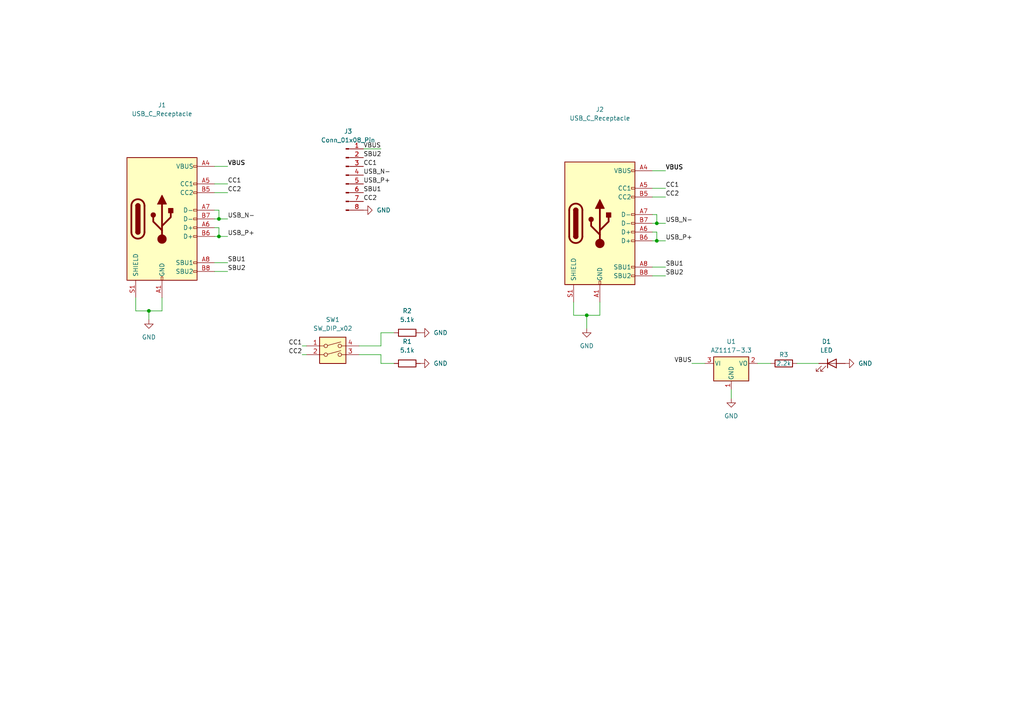
<source format=kicad_sch>
(kicad_sch (version 20230121) (generator eeschema)
  (paper "A4")
  (lib_symbols
    (symbol "Connector:Conn_01x08_Pin" (pin_names (offset 1.016) hide)
      (property "Reference" "J" (at 0 10.16 0))
      (property "Value" "Conn_01x08_Pin" (at 0 -12.7 0))
      (symbol "Conn_01x08_Pin_1_1"
        (polyline (pts (xy 1.27 -10.16) (xy 0.8636 -10.16)) (stroke (width 0.1524)))
        (polyline (pts (xy 1.27 -7.62) (xy 0.8636 -7.62)) (stroke (width 0.1524)))
        (polyline (pts (xy 1.27 -5.08) (xy 0.8636 -5.08)) (stroke (width 0.1524)))
        (polyline (pts (xy 1.27 -2.54) (xy 0.8636 -2.54)) (stroke (width 0.1524)))
        (polyline (pts (xy 1.27 0) (xy 0.8636 0)) (stroke (width 0.1524)))
        (polyline (pts (xy 1.27 2.54) (xy 0.8636 2.54)) (stroke (width 0.1524)))
        (polyline (pts (xy 1.27 5.08) (xy 0.8636 5.08)) (stroke (width 0.1524)))
        (polyline (pts (xy 1.27 7.62) (xy 0.8636 7.62)) (stroke (width 0.1524)))
        (rectangle (start 0.8636 -10.033) (end 0 -10.287) (stroke (width 0.1524)) (fill (type outline)))
        (rectangle (start 0.8636 -7.493) (end 0 -7.747) (stroke (width 0.1524)) (fill (type outline)))
        (rectangle (start 0.8636 -4.953) (end 0 -5.207) (stroke (width 0.1524)) (fill (type outline)))
        (rectangle (start 0.8636 -2.413) (end 0 -2.667) (stroke (width 0.1524)) (fill (type outline)))
        (rectangle (start 0.8636 0.127) (end 0 -0.127) (stroke (width 0.1524)) (fill (type outline)))
        (rectangle (start 0.8636 2.667) (end 0 2.413) (stroke (width 0.1524)) (fill (type outline)))
        (rectangle (start 0.8636 5.207) (end 0 4.953) (stroke (width 0.1524)) (fill (type outline)))
        (rectangle (start 0.8636 7.747) (end 0 7.493) (stroke (width 0.1524)) (fill (type outline)))
        (pin passive line (at 5.08 7.62 180) (length 3.81) (name "Pin_1") (number "1"))
        (pin passive line (at 5.08 5.08 180) (length 3.81) (name "Pin_2") (number "2"))
        (pin passive line (at 5.08 2.54 180) (length 3.81) (name "Pin_3") (number "3"))
        (pin passive line (at 5.08 0 180) (length 3.81) (name "Pin_4") (number "4"))
        (pin passive line (at 5.08 -2.54 180) (length 3.81) (name "Pin_5") (number "5"))
        (pin passive line (at 5.08 -5.08 180) (length 3.81) (name "Pin_6") (number "6"))
        (pin passive line (at 5.08 -7.62 180) (length 3.81) (name "Pin_7") (number "7"))
        (pin passive line (at 5.08 -10.16 180) (length 3.81) (name "Pin_8") (number "8"))
      )
    )
    (symbol "Connector:USB_C_Receptacle_USB2.0" (pin_names (offset 1.016))
      (property "Reference" "J" (at -10.16 19.05 0))
      (property "Value" "USB_C_Receptacle_USB2.0" (at 19.05 19.05 0))
      (symbol "USB_C_Receptacle_USB2.0_0_0"
        (rectangle (start -0.254 -17.78) (end 0.254 -16.764))
        (rectangle (start 10.16 -14.986) (end 9.144 -15.494))
        (rectangle (start 10.16 -12.446) (end 9.144 -12.954))
        (rectangle (start 10.16 -4.826) (end 9.144 -5.334))
        (rectangle (start 10.16 -2.286) (end 9.144 -2.794))
        (rectangle (start 10.16 0.254) (end 9.144 -0.254))
        (rectangle (start 10.16 2.794) (end 9.144 2.286))
        (rectangle (start 10.16 7.874) (end 9.144 7.366))
        (rectangle (start 10.16 10.414) (end 9.144 9.906))
        (rectangle (start 10.16 15.494) (end 9.144 14.986))
      )
      (symbol "USB_C_Receptacle_USB2.0_0_1"
        (rectangle (start -10.16 17.78) (end 10.16 -17.78) (stroke (width 0.254)) (fill (type background)))
        (arc (start -8.89 -3.81) (mid -6.985 -5.7067) (end -5.08 -3.81) (stroke (width 0.508)))
        (arc (start -7.62 -3.81) (mid -6.985 -4.4423) (end -6.35 -3.81) (stroke (width 0.254)))
        (arc (start -7.62 -3.81) (mid -6.985 -4.4423) (end -6.35 -3.81) (stroke (width 0.254)) (fill (type outline)))
        (rectangle (start -7.62 -3.81) (end -6.35 3.81) (stroke (width 0.254)) (fill (type outline)))
        (arc (start -6.35 3.81) (mid -6.985 4.4423) (end -7.62 3.81) (stroke (width 0.254)))
        (arc (start -6.35 3.81) (mid -6.985 4.4423) (end -7.62 3.81) (stroke (width 0.254)) (fill (type outline)))
        (arc (start -5.08 3.81) (mid -6.985 5.7067) (end -8.89 3.81) (stroke (width 0.508)))
        (circle (center -2.54 1.143) (radius 0.635) (stroke (width 0.254)) (fill (type outline)))
        (circle (center 0 -5.842) (radius 1.27) (fill (type outline)))
        (polyline (pts (xy -8.89 -3.81) (xy -8.89 3.81)) (stroke (width 0.508)))
        (polyline (pts (xy -5.08 3.81) (xy -5.08 -3.81)) (stroke (width 0.508)))
        (polyline (pts (xy 0 -5.842) (xy 0 4.318)) (stroke (width 0.508)))
        (polyline (pts (xy 0 -3.302) (xy -2.54 -0.762) (xy -2.54 0.508)) (stroke (width 0.508)))
        (polyline (pts (xy 0 -2.032) (xy 2.54 0.508) (xy 2.54 1.778)) (stroke (width 0.508)))
        (polyline (pts (xy -1.27 4.318) (xy 0 6.858) (xy 1.27 4.318) (xy -1.27 4.318)) (stroke (width 0.254)) (fill (type outline)))
        (rectangle (start 1.905 1.778) (end 3.175 3.048) (stroke (width 0.254)) (fill (type outline)))
      )
      (symbol "USB_C_Receptacle_USB2.0_1_1"
        (pin passive line (at 0 -22.86 90) (length 5.08) (name "GND") (number "A1"))
        (pin passive line (at 0 -22.86 90) (length 5.08) hide (name "GND") (number "A12"))
        (pin passive line (at 15.24 15.24 180) (length 5.08) (name "VBUS") (number "A4"))
        (pin bidirectional line (at 15.24 10.16 180) (length 5.08) (name "CC1") (number "A5"))
        (pin bidirectional line (at 15.24 -2.54 180) (length 5.08) (name "D+") (number "A6"))
        (pin bidirectional line (at 15.24 2.54 180) (length 5.08) (name "D-") (number "A7"))
        (pin bidirectional line (at 15.24 -12.7 180) (length 5.08) (name "SBU1") (number "A8"))
        (pin passive line (at 15.24 15.24 180) (length 5.08) hide (name "VBUS") (number "A9"))
        (pin passive line (at 0 -22.86 90) (length 5.08) hide (name "GND") (number "B1"))
        (pin passive line (at 0 -22.86 90) (length 5.08) hide (name "GND") (number "B12"))
        (pin passive line (at 15.24 15.24 180) (length 5.08) hide (name "VBUS") (number "B4"))
        (pin bidirectional line (at 15.24 7.62 180) (length 5.08) (name "CC2") (number "B5"))
        (pin bidirectional line (at 15.24 -5.08 180) (length 5.08) (name "D+") (number "B6"))
        (pin bidirectional line (at 15.24 0 180) (length 5.08) (name "D-") (number "B7"))
        (pin bidirectional line (at 15.24 -15.24 180) (length 5.08) (name "SBU2") (number "B8"))
        (pin passive line (at 15.24 15.24 180) (length 5.08) hide (name "VBUS") (number "B9"))
        (pin passive line (at -7.62 -22.86 90) (length 5.08) (name "SHIELD") (number "S1"))
      )
    )
    (symbol "Device:LED" (pin_numbers hide) (pin_names (offset 1.016) hide)
      (property "Reference" "D" (at 0 2.54 0))
      (property "Value" "LED" (at 0 -2.54 0))
      (symbol "LED_0_1"
        (polyline (pts (xy -1.27 -1.27) (xy -1.27 1.27)) (stroke (width 0.254)))
        (polyline (pts (xy -1.27 0) (xy 1.27 0)))
        (polyline (pts (xy 1.27 -1.27) (xy 1.27 1.27) (xy -1.27 0) (xy 1.27 -1.27)) (stroke (width 0.254)))
        (polyline (pts (xy -3.048 -0.762) (xy -4.572 -2.286) (xy -3.81 -2.286) (xy -4.572 -2.286) (xy -4.572 -1.524)))
        (polyline (pts (xy -1.778 -0.762) (xy -3.302 -2.286) (xy -2.54 -2.286) (xy -3.302 -2.286) (xy -3.302 -1.524)))
      )
      (symbol "LED_1_1"
        (pin passive line (at -3.81 0 0) (length 2.54) (name "K") (number "1"))
        (pin passive line (at 3.81 0 180) (length 2.54) (name "A") (number "2"))
      )
    )
    (symbol "Device:R" (pin_numbers hide) (pin_names (offset 0))
      (property "Reference" "R" (at 2.032 0 90))
      (property "Value" "R" (at 0 0 90))
      (symbol "R_0_1"
        (rectangle (start -1.016 -2.54) (end 1.016 2.54) (stroke (width 0.254)))
      )
      (symbol "R_1_1"
        (pin passive line (at 0 3.81 270) (length 1.27) (name "~") (number "1"))
        (pin passive line (at 0 -3.81 90) (length 1.27) (name "~") (number "2"))
      )
    )
    (symbol "Regulator_Linear:AZ1117-3.3" (pin_names (offset 0.254))
      (property "Reference" "U" (at -3.81 3.175 0))
      (property "Value" "AZ1117-3.3" (at 0 3.175 0))
      (symbol "AZ1117-3.3_0_1"
        (rectangle (start -5.08 1.905) (end 5.08 -5.08) (stroke (width 0.254)) (fill (type background)))
      )
      (symbol "AZ1117-3.3_1_1"
        (pin power_in line (at 0 -7.62 90) (length 2.54) (name "GND") (number "1"))
        (pin power_out line (at 7.62 0 180) (length 2.54) (name "VO") (number "2"))
        (pin power_in line (at -7.62 0 0) (length 2.54) (name "VI") (number "3"))
      )
    )
    (symbol "Switch:SW_DIP_x02" (pin_names (offset 0) hide)
      (property "Reference" "SW" (at 0 6.35 0))
      (property "Value" "SW_DIP_x02" (at 0 -3.81 0))
      (symbol "SW_DIP_x02_0_0"
        (circle (center -2.032 0) (radius 0.508))
        (circle (center -2.032 2.54) (radius 0.508))
        (polyline (pts (xy -1.524 0.127) (xy 2.3622 1.1684)))
        (polyline (pts (xy -1.524 2.667) (xy 2.3622 3.7084)))
        (circle (center 2.032 0) (radius 0.508))
        (circle (center 2.032 2.54) (radius 0.508))
      )
      (symbol "SW_DIP_x02_0_1"
        (rectangle (start -3.81 5.08) (end 3.81 -2.54) (stroke (width 0.254)) (fill (type background)))
      )
      (symbol "SW_DIP_x02_1_1"
        (pin passive line (at -7.62 2.54 0) (length 5.08) (name "~") (number "1"))
        (pin passive line (at -7.62 0 0) (length 5.08) (name "~") (number "2"))
        (pin passive line (at 7.62 0 180) (length 5.08) (name "~") (number "3"))
        (pin passive line (at 7.62 2.54 180) (length 5.08) (name "~") (number "4"))
      )
    )
    (symbol "power:GND" (power) (pin_names (offset 0))
      (property "Value" "GND" (at 0 -3.81 0))
      (symbol "GND_0_1"
        (polyline (pts (xy 0 0) (xy 0 -1.27) (xy 1.27 -1.27) (xy 0 -2.54) (xy -1.27 -1.27) (xy 0 -1.27)))
      )
      (symbol "GND_1_1"
        (pin power_in line (at 0 0 270) (length 0) hide (name "GND") (number "1"))
      )
    )
  )
  (junction (at 190.5 64.77))
  (junction (at 63.5 63.5))
  (junction (at 63.5 68.58))
  (junction (at 170.18 91.44))
  (junction (at 43.18 90.17))
  (junction (at 190.5 69.85))
  (wire (pts (xy 173.99 91.44) (xy 173.99 87.63)))
  (wire (pts (xy 190.5 67.31) (xy 190.5 69.85)))
  (wire (pts (xy 110.49 105.41) (xy 114.3 105.41)))
  (wire (pts (xy 39.37 90.17) (xy 43.18 90.17)))
  (wire (pts (xy 62.23 76.2) (xy 66.04 76.2)))
  (wire (pts (xy 63.5 60.96) (xy 63.5 63.5)))
  (wire (pts (xy 63.5 66.04) (xy 63.5 68.58)))
  (wire (pts (xy 189.23 69.85) (xy 190.5 69.85)))
  (wire (pts (xy 62.23 78.74) (xy 66.04 78.74)))
  (wire (pts (xy 87.63 100.33) (xy 88.9 100.33)))
  (wire (pts (xy 62.23 48.26) (xy 66.04 48.26)))
  (wire (pts (xy 231.14 105.41) (xy 237.49 105.41)))
  (wire (pts (xy 166.37 87.63) (xy 166.37 91.44)))
  (wire (pts (xy 62.23 63.5) (xy 63.5 63.5)))
  (wire (pts (xy 43.18 90.17) (xy 46.99 90.17)))
  (wire (pts (xy 104.14 102.87) (xy 110.49 102.87)))
  (wire (pts (xy 43.18 90.17) (xy 43.18 92.71)))
  (wire (pts (xy 39.37 86.36) (xy 39.37 90.17)))
  (wire (pts (xy 189.23 57.15) (xy 193.04 57.15)))
  (wire (pts (xy 62.23 68.58) (xy 63.5 68.58)))
  (wire (pts (xy 189.23 77.47) (xy 193.04 77.47)))
  (wire (pts (xy 166.37 91.44) (xy 170.18 91.44)))
  (wire (pts (xy 189.23 64.77) (xy 190.5 64.77)))
  (wire (pts (xy 62.23 55.88) (xy 66.04 55.88)))
  (wire (pts (xy 200.66 105.41) (xy 204.47 105.41)))
  (wire (pts (xy 219.71 105.41) (xy 223.52 105.41)))
  (wire (pts (xy 110.49 102.87) (xy 110.49 105.41)))
  (wire (pts (xy 189.23 54.61) (xy 193.04 54.61)))
  (wire (pts (xy 63.5 63.5) (xy 66.04 63.5)))
  (wire (pts (xy 104.14 100.33) (xy 110.49 100.33)))
  (wire (pts (xy 190.5 64.77) (xy 193.04 64.77)))
  (wire (pts (xy 110.49 96.52) (xy 114.3 96.52)))
  (wire (pts (xy 62.23 53.34) (xy 66.04 53.34)))
  (wire (pts (xy 189.23 49.53) (xy 193.04 49.53)))
  (wire (pts (xy 63.5 68.58) (xy 66.04 68.58)))
  (wire (pts (xy 189.23 80.01) (xy 193.04 80.01)))
  (wire (pts (xy 170.18 91.44) (xy 170.18 95.25)))
  (wire (pts (xy 190.5 69.85) (xy 193.04 69.85)))
  (wire (pts (xy 87.63 102.87) (xy 88.9 102.87)))
  (wire (pts (xy 212.09 113.03) (xy 212.09 115.57)))
  (wire (pts (xy 170.18 91.44) (xy 173.99 91.44)))
  (wire (pts (xy 46.99 86.36) (xy 46.99 90.17)))
  (wire (pts (xy 190.5 62.23) (xy 190.5 64.77)))
  (wire (pts (xy 189.23 67.31) (xy 190.5 67.31)))
  (wire (pts (xy 62.23 66.04) (xy 63.5 66.04)))
  (wire (pts (xy 105.41 43.18) (xy 110.49 43.18)))
  (wire (pts (xy 189.23 62.23) (xy 190.5 62.23)))
  (wire (pts (xy 110.49 100.33) (xy 110.49 96.52)))
  (wire (pts (xy 62.23 60.96) (xy 63.5 60.96)))
  (label "SBU1" (at 105.41 55.88 0))
  (label "CC1" (at 105.41 48.26 0))
  (label "SBU2" (at 105.41 45.72 0))
  (label "CC2" (at 87.63 102.87 180))
  (label "VBUS" (at 66.04 48.26 0))
  (label "VBUS" (at 193.04 49.53 0))
  (label "CC1" (at 66.04 53.34 0))
  (label "VBUS" (at 105.41 43.18 0))
  (label "SBU2" (at 66.04 78.74 0))
  (label "VBUS" (at 200.66 105.41 180))
  (label "CC2" (at 66.04 55.88 0))
  (label "VBUS" (at 66.04 48.26 0))
  (label "USB_N-" (at 193.04 64.77 0))
  (label "SBU1" (at 66.04 76.2 0))
  (label "CC2" (at 105.41 58.42 0))
  (label "USB_N-" (at 66.04 63.5 0))
  (label "VBUS" (at 193.04 49.53 0))
  (label "VBUS" (at 193.04 49.53 0))
  (label "USB_P+" (at 193.04 69.85 0))
  (label "USB_P+" (at 66.04 68.58 0))
  (label "USB_N-" (at 105.41 50.8 0))
  (label "CC1" (at 87.63 100.33 180))
  (label "VBUS" (at 66.04 48.26 0))
  (label "CC2" (at 193.04 57.15 0))
  (label "USB_P+" (at 105.41 53.34 0))
  (label "CC1" (at 193.04 54.61 0))
  (label "SBU2" (at 193.04 80.01 0))
  (label "SBU1" (at 193.04 77.47 0))
  (symbol (lib_id "Connector:Conn_01x08_Pin") (at 100.33 50.8 0) (unit 1)
    (property "Reference" "J3" (at 100.965 38.1 0))
    (property "Value" "Conn_01x08_Pin" (at 100.965 40.64 0))
    (property "Footprint" "Connector_PinHeader_2.54mm:PinHeader_1x08_P2.54mm_Vertical" (effects hide))
  )
  (symbol (lib_id "power:GND") (at 121.92 105.41 90) (unit 1)
    (property "Reference" "#PWR04" (effects hide))
    (property "Value" "GND" (at 125.73 105.41 90) (effects (justify right)))
  )
  (symbol (lib_id "power:GND") (at 170.18 95.25 0) (unit 1)
    (property "Reference" "#PWR01" (effects hide))
    (property "Value" "GND" (at 170.18 100.33 0))
  )
  (symbol (lib_id "Device:LED") (at 241.3 105.41 0) (unit 1)
    (property "Reference" "D1" (at 239.7125 99.06 0))
    (property "Value" "LED" (at 239.7125 101.6 0))
    (property "Footprint" "LED_SMD:LED_0805_2012Metric" (effects hide))
  )
  (symbol (lib_id "power:GND") (at 245.11 105.41 90) (unit 1)
    (property "Reference" "#PWR06" (effects hide))
    (property "Value" "GND" (at 248.92 105.41 90) (effects (justify right)))
  )
  (symbol (lib_id "Device:R") (at 118.11 105.41 90) (unit 1)
    (property "Reference" "R1" (at 118.11 99.06 90))
    (property "Value" "5.1k" (at 118.11 101.6 90))
    (property "Footprint" "Resistor_SMD:R_0805_2012Metric" (effects hide))
  )
  (symbol (lib_id "power:GND") (at 105.41 60.96 90) (unit 1)
    (property "Reference" "#PWR03" (effects hide))
    (property "Value" "GND" (at 109.22 60.96 90) (effects (justify right)))
  )
  (symbol (lib_id "Connector:USB_C_Receptacle_USB2.0") (at 173.99 64.77 0) (unit 1)
    (property "Reference" "J2" (at 173.99 31.75 0))
    (property "Value" "USB_C_Receptacle" (at 173.99 34.29 0))
    (property "Footprint" "Connector_USB:USB_C_Receptacle_HRO_TYPE-C-31-M-12" (effects hide))
    (property "Datasheet" "https://www.usb.org/sites/default/files/documents/usb_type-c.zip" (effects hide))
  )
  (symbol (lib_id "Connector:USB_C_Receptacle_USB2.0") (at 46.99 63.5 0) (unit 1)
    (property "Reference" "J1" (at 46.99 30.48 0))
    (property "Value" "USB_C_Receptacle" (at 46.99 33.02 0))
    (property "Footprint" "Connector_USB:USB_C_Receptacle_HRO_TYPE-C-31-M-12" (effects hide))
    (property "Datasheet" "https://www.usb.org/sites/default/files/documents/usb_type-c.zip" (effects hide))
  )
  (symbol (lib_id "power:GND") (at 43.18 92.71 0) (unit 1)
    (property "Reference" "#PWR02" (effects hide))
    (property "Value" "GND" (at 43.18 97.79 0))
  )
  (symbol (lib_id "Regulator_Linear:AZ1117-3.3") (at 212.09 105.41 0) (unit 1)
    (property "Reference" "U1" (at 212.09 99.06 0))
    (property "Value" "AZ1117-3.3" (at 212.09 101.6 0))
    (property "Footprint" "Package_TO_SOT_SMD:SOT-89-3" (effects hide))
    (property "Datasheet" "https://www.diodes.com/assets/Datasheets/AZ1117.pdf" (effects hide))
  )
  (symbol (lib_id "power:GND") (at 121.92 96.52 90) (unit 1)
    (property "Reference" "#PWR05" (effects hide))
    (property "Value" "GND" (at 125.73 96.52 90) (effects (justify right)))
  )
  (symbol (lib_id "Device:R") (at 118.11 96.52 90) (unit 1)
    (property "Reference" "R2" (at 118.11 90.17 90))
    (property "Value" "5.1k" (at 118.11 92.71 90))
    (property "Footprint" "Resistor_SMD:R_0805_2012Metric" (effects hide))
  )
  (symbol (lib_id "power:GND") (at 212.09 115.57 0) (unit 1)
    (property "Reference" "#PWR07" (effects hide))
    (property "Value" "GND" (at 212.09 120.65 0))
  )
  (symbol (lib_id "Device:R") (at 227.33 105.41 90) (unit 1)
    (property "Reference" "R3" (at 227.33 102.87 90))
    (property "Value" "2.2k" (at 227.33 105.41 90))
    (property "Footprint" "Resistor_SMD:R_0805_2012Metric" (effects hide))
  )
  (symbol (lib_id "Switch:SW_DIP_x02") (at 96.52 102.87 0) (unit 1)
    (property "Reference" "SW1" (at 96.52 92.71 0))
    (property "Value" "SW_DIP_x02" (at 96.52 95.25 0))
    (property "Footprint" "Button_Switch_THT:SW_DIP_SPSTx02_Slide_6.7x6.64mm_W7.62mm_P2.54mm_LowProfile" (effects hide))
  )
)
</source>
